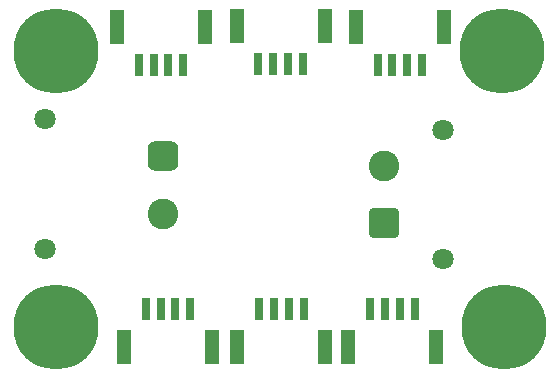
<source format=gbs>
G04*
G04 #@! TF.GenerationSoftware,Altium Limited,Altium Designer,21.6.1 (37)*
G04*
G04 Layer_Color=16711935*
%FSLAX44Y44*%
%MOMM*%
G71*
G04*
G04 #@! TF.SameCoordinates,463AB4A2-C92B-4DBF-B99B-D3FD589B31D3*
G04*
G04*
G04 #@! TF.FilePolarity,Negative*
G04*
G01*
G75*
%ADD22C,2.6032*%
G04:AMPARAMS|DCode=23|XSize=2.6032mm|YSize=2.6032mm|CornerRadius=0.4616mm|HoleSize=0mm|Usage=FLASHONLY|Rotation=180.000|XOffset=0mm|YOffset=0mm|HoleType=Round|Shape=RoundedRectangle|*
%AMROUNDEDRECTD23*
21,1,2.6032,1.6800,0,0,180.0*
21,1,1.6800,2.6032,0,0,180.0*
1,1,0.9232,-0.8400,0.8400*
1,1,0.9232,0.8400,0.8400*
1,1,0.9232,0.8400,-0.8400*
1,1,0.9232,-0.8400,-0.8400*
%
%ADD23ROUNDEDRECTD23*%
%ADD24C,1.8032*%
G04:AMPARAMS|DCode=25|XSize=2.6032mm|YSize=2.6032mm|CornerRadius=0.7016mm|HoleSize=0mm|Usage=FLASHONLY|Rotation=0.000|XOffset=0mm|YOffset=0mm|HoleType=Round|Shape=RoundedRectangle|*
%AMROUNDEDRECTD25*
21,1,2.6032,1.2000,0,0,0.0*
21,1,1.2000,2.6032,0,0,0.0*
1,1,1.4032,0.6000,-0.6000*
1,1,1.4032,-0.6000,-0.6000*
1,1,1.4032,-0.6000,0.6000*
1,1,1.4032,0.6000,0.6000*
%
%ADD25ROUNDEDRECTD25*%
%ADD26C,7.2032*%
%ADD42R,1.2032X2.9032*%
%ADD43R,0.8032X1.9032*%
D22*
X1586000Y2743000D02*
D03*
X1399000Y2702000D02*
D03*
D23*
X1586000Y2694000D02*
D03*
D24*
X1636038Y2773480D02*
D03*
X1635530Y2663752D02*
D03*
X1299178Y2782242D02*
D03*
X1298670Y2672260D02*
D03*
D25*
X1399000Y2751000D02*
D03*
D26*
X1687000Y2606000D02*
D03*
X1686000Y2840000D02*
D03*
X1308000Y2606000D02*
D03*
Y2840000D02*
D03*
D42*
X1461750Y2589750D02*
D03*
X1536250D02*
D03*
X1535500Y2861000D02*
D03*
X1461000D02*
D03*
X1434250Y2860250D02*
D03*
X1359750D02*
D03*
X1636500Y2860000D02*
D03*
X1562000D02*
D03*
X1555750Y2589750D02*
D03*
X1630250D02*
D03*
X1365750D02*
D03*
X1440250D02*
D03*
D43*
X1480250Y2621750D02*
D03*
X1492750D02*
D03*
X1517750D02*
D03*
X1505250D02*
D03*
X1517000Y2829000D02*
D03*
X1504500D02*
D03*
X1479500D02*
D03*
X1492000D02*
D03*
X1415750Y2828250D02*
D03*
X1403250D02*
D03*
X1378250D02*
D03*
X1390750D02*
D03*
X1618000Y2828000D02*
D03*
X1605500D02*
D03*
X1580500D02*
D03*
X1593000D02*
D03*
X1574250Y2621750D02*
D03*
X1586750D02*
D03*
X1611750D02*
D03*
X1599250D02*
D03*
X1384250D02*
D03*
X1396750D02*
D03*
X1421750D02*
D03*
X1409250D02*
D03*
M02*

</source>
